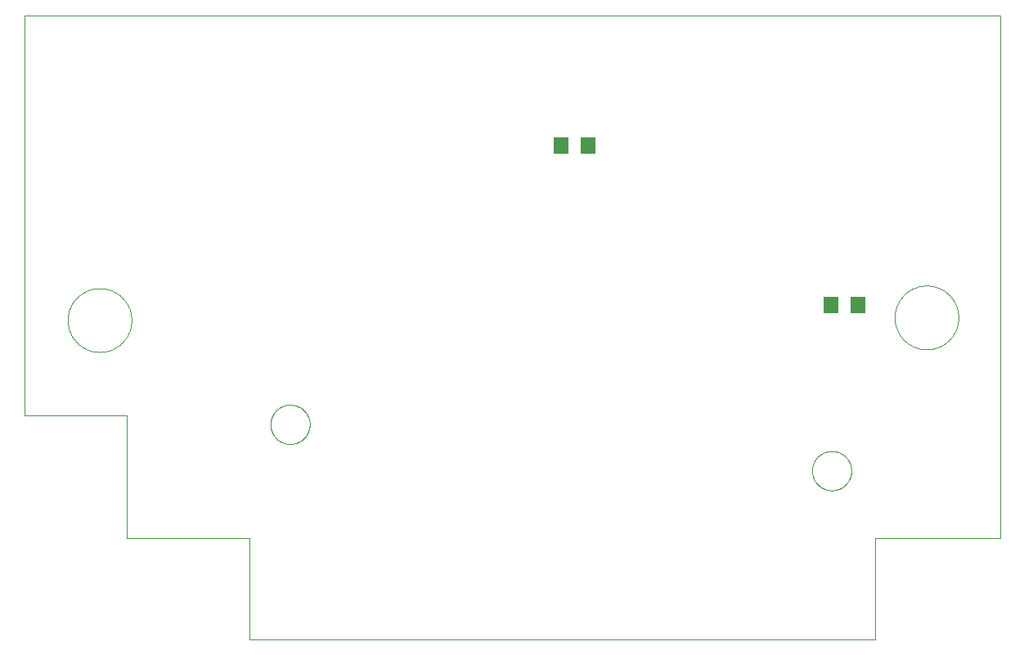
<source format=gbp>
G75*
%MOIN*%
%OFA0B0*%
%FSLAX25Y25*%
%IPPOS*%
%LPD*%
%AMOC8*
5,1,8,0,0,1.08239X$1,22.5*
%
%ADD10R,0.06299X0.07087*%
%ADD11C,0.00000*%
D10*
X0220728Y0210000D03*
X0231752Y0210000D03*
X0330728Y0145000D03*
X0341752Y0145000D03*
D11*
X0093740Y0050000D02*
X0043740Y0050000D01*
X0043740Y0100000D01*
X0002165Y0100000D01*
X0002165Y0263157D01*
X0399803Y0263157D01*
X0399803Y0050000D01*
X0348740Y0050000D01*
X0348740Y0008750D01*
X0093740Y0008750D01*
X0093740Y0050000D01*
X0102453Y0096398D02*
X0102455Y0096594D01*
X0102463Y0096791D01*
X0102475Y0096987D01*
X0102492Y0097182D01*
X0102513Y0097377D01*
X0102540Y0097572D01*
X0102571Y0097766D01*
X0102607Y0097959D01*
X0102647Y0098151D01*
X0102693Y0098342D01*
X0102743Y0098532D01*
X0102797Y0098720D01*
X0102857Y0098907D01*
X0102921Y0099093D01*
X0102989Y0099277D01*
X0103062Y0099459D01*
X0103139Y0099640D01*
X0103221Y0099818D01*
X0103307Y0099995D01*
X0103398Y0100169D01*
X0103492Y0100341D01*
X0103591Y0100511D01*
X0103694Y0100678D01*
X0103801Y0100843D01*
X0103912Y0101004D01*
X0104027Y0101164D01*
X0104146Y0101320D01*
X0104269Y0101473D01*
X0104395Y0101623D01*
X0104525Y0101770D01*
X0104659Y0101914D01*
X0104796Y0102055D01*
X0104937Y0102192D01*
X0105081Y0102326D01*
X0105228Y0102456D01*
X0105378Y0102582D01*
X0105531Y0102705D01*
X0105687Y0102824D01*
X0105847Y0102939D01*
X0106008Y0103050D01*
X0106173Y0103157D01*
X0106340Y0103260D01*
X0106510Y0103359D01*
X0106682Y0103453D01*
X0106856Y0103544D01*
X0107033Y0103630D01*
X0107211Y0103712D01*
X0107392Y0103789D01*
X0107574Y0103862D01*
X0107758Y0103930D01*
X0107944Y0103994D01*
X0108131Y0104054D01*
X0108319Y0104108D01*
X0108509Y0104158D01*
X0108700Y0104204D01*
X0108892Y0104244D01*
X0109085Y0104280D01*
X0109279Y0104311D01*
X0109474Y0104338D01*
X0109669Y0104359D01*
X0109864Y0104376D01*
X0110060Y0104388D01*
X0110257Y0104396D01*
X0110453Y0104398D01*
X0110649Y0104396D01*
X0110846Y0104388D01*
X0111042Y0104376D01*
X0111237Y0104359D01*
X0111432Y0104338D01*
X0111627Y0104311D01*
X0111821Y0104280D01*
X0112014Y0104244D01*
X0112206Y0104204D01*
X0112397Y0104158D01*
X0112587Y0104108D01*
X0112775Y0104054D01*
X0112962Y0103994D01*
X0113148Y0103930D01*
X0113332Y0103862D01*
X0113514Y0103789D01*
X0113695Y0103712D01*
X0113873Y0103630D01*
X0114050Y0103544D01*
X0114224Y0103453D01*
X0114396Y0103359D01*
X0114566Y0103260D01*
X0114733Y0103157D01*
X0114898Y0103050D01*
X0115059Y0102939D01*
X0115219Y0102824D01*
X0115375Y0102705D01*
X0115528Y0102582D01*
X0115678Y0102456D01*
X0115825Y0102326D01*
X0115969Y0102192D01*
X0116110Y0102055D01*
X0116247Y0101914D01*
X0116381Y0101770D01*
X0116511Y0101623D01*
X0116637Y0101473D01*
X0116760Y0101320D01*
X0116879Y0101164D01*
X0116994Y0101004D01*
X0117105Y0100843D01*
X0117212Y0100678D01*
X0117315Y0100511D01*
X0117414Y0100341D01*
X0117508Y0100169D01*
X0117599Y0099995D01*
X0117685Y0099818D01*
X0117767Y0099640D01*
X0117844Y0099459D01*
X0117917Y0099277D01*
X0117985Y0099093D01*
X0118049Y0098907D01*
X0118109Y0098720D01*
X0118163Y0098532D01*
X0118213Y0098342D01*
X0118259Y0098151D01*
X0118299Y0097959D01*
X0118335Y0097766D01*
X0118366Y0097572D01*
X0118393Y0097377D01*
X0118414Y0097182D01*
X0118431Y0096987D01*
X0118443Y0096791D01*
X0118451Y0096594D01*
X0118453Y0096398D01*
X0118451Y0096202D01*
X0118443Y0096005D01*
X0118431Y0095809D01*
X0118414Y0095614D01*
X0118393Y0095419D01*
X0118366Y0095224D01*
X0118335Y0095030D01*
X0118299Y0094837D01*
X0118259Y0094645D01*
X0118213Y0094454D01*
X0118163Y0094264D01*
X0118109Y0094076D01*
X0118049Y0093889D01*
X0117985Y0093703D01*
X0117917Y0093519D01*
X0117844Y0093337D01*
X0117767Y0093156D01*
X0117685Y0092978D01*
X0117599Y0092801D01*
X0117508Y0092627D01*
X0117414Y0092455D01*
X0117315Y0092285D01*
X0117212Y0092118D01*
X0117105Y0091953D01*
X0116994Y0091792D01*
X0116879Y0091632D01*
X0116760Y0091476D01*
X0116637Y0091323D01*
X0116511Y0091173D01*
X0116381Y0091026D01*
X0116247Y0090882D01*
X0116110Y0090741D01*
X0115969Y0090604D01*
X0115825Y0090470D01*
X0115678Y0090340D01*
X0115528Y0090214D01*
X0115375Y0090091D01*
X0115219Y0089972D01*
X0115059Y0089857D01*
X0114898Y0089746D01*
X0114733Y0089639D01*
X0114566Y0089536D01*
X0114396Y0089437D01*
X0114224Y0089343D01*
X0114050Y0089252D01*
X0113873Y0089166D01*
X0113695Y0089084D01*
X0113514Y0089007D01*
X0113332Y0088934D01*
X0113148Y0088866D01*
X0112962Y0088802D01*
X0112775Y0088742D01*
X0112587Y0088688D01*
X0112397Y0088638D01*
X0112206Y0088592D01*
X0112014Y0088552D01*
X0111821Y0088516D01*
X0111627Y0088485D01*
X0111432Y0088458D01*
X0111237Y0088437D01*
X0111042Y0088420D01*
X0110846Y0088408D01*
X0110649Y0088400D01*
X0110453Y0088398D01*
X0110257Y0088400D01*
X0110060Y0088408D01*
X0109864Y0088420D01*
X0109669Y0088437D01*
X0109474Y0088458D01*
X0109279Y0088485D01*
X0109085Y0088516D01*
X0108892Y0088552D01*
X0108700Y0088592D01*
X0108509Y0088638D01*
X0108319Y0088688D01*
X0108131Y0088742D01*
X0107944Y0088802D01*
X0107758Y0088866D01*
X0107574Y0088934D01*
X0107392Y0089007D01*
X0107211Y0089084D01*
X0107033Y0089166D01*
X0106856Y0089252D01*
X0106682Y0089343D01*
X0106510Y0089437D01*
X0106340Y0089536D01*
X0106173Y0089639D01*
X0106008Y0089746D01*
X0105847Y0089857D01*
X0105687Y0089972D01*
X0105531Y0090091D01*
X0105378Y0090214D01*
X0105228Y0090340D01*
X0105081Y0090470D01*
X0104937Y0090604D01*
X0104796Y0090741D01*
X0104659Y0090882D01*
X0104525Y0091026D01*
X0104395Y0091173D01*
X0104269Y0091323D01*
X0104146Y0091476D01*
X0104027Y0091632D01*
X0103912Y0091792D01*
X0103801Y0091953D01*
X0103694Y0092118D01*
X0103591Y0092285D01*
X0103492Y0092455D01*
X0103398Y0092627D01*
X0103307Y0092801D01*
X0103221Y0092978D01*
X0103139Y0093156D01*
X0103062Y0093337D01*
X0102989Y0093519D01*
X0102921Y0093703D01*
X0102857Y0093889D01*
X0102797Y0094076D01*
X0102743Y0094264D01*
X0102693Y0094454D01*
X0102647Y0094645D01*
X0102607Y0094837D01*
X0102571Y0095030D01*
X0102540Y0095224D01*
X0102513Y0095419D01*
X0102492Y0095614D01*
X0102475Y0095809D01*
X0102463Y0096005D01*
X0102455Y0096202D01*
X0102453Y0096398D01*
X0019819Y0138886D02*
X0019823Y0139205D01*
X0019835Y0139524D01*
X0019854Y0139842D01*
X0019882Y0140160D01*
X0019917Y0140477D01*
X0019960Y0140793D01*
X0020010Y0141109D01*
X0020069Y0141422D01*
X0020135Y0141734D01*
X0020209Y0142045D01*
X0020290Y0142353D01*
X0020379Y0142660D01*
X0020475Y0142964D01*
X0020579Y0143266D01*
X0020690Y0143565D01*
X0020809Y0143861D01*
X0020934Y0144154D01*
X0021067Y0144444D01*
X0021207Y0144731D01*
X0021354Y0145014D01*
X0021508Y0145294D01*
X0021669Y0145569D01*
X0021836Y0145841D01*
X0022010Y0146108D01*
X0022190Y0146372D01*
X0022377Y0146630D01*
X0022570Y0146884D01*
X0022770Y0147133D01*
X0022975Y0147377D01*
X0023187Y0147616D01*
X0023404Y0147850D01*
X0023627Y0148078D01*
X0023855Y0148301D01*
X0024089Y0148518D01*
X0024328Y0148730D01*
X0024572Y0148935D01*
X0024821Y0149135D01*
X0025075Y0149328D01*
X0025333Y0149515D01*
X0025597Y0149695D01*
X0025864Y0149869D01*
X0026136Y0150036D01*
X0026411Y0150197D01*
X0026691Y0150351D01*
X0026974Y0150498D01*
X0027261Y0150638D01*
X0027551Y0150771D01*
X0027844Y0150896D01*
X0028140Y0151015D01*
X0028439Y0151126D01*
X0028741Y0151230D01*
X0029045Y0151326D01*
X0029352Y0151415D01*
X0029660Y0151496D01*
X0029971Y0151570D01*
X0030283Y0151636D01*
X0030596Y0151695D01*
X0030912Y0151745D01*
X0031228Y0151788D01*
X0031545Y0151823D01*
X0031863Y0151851D01*
X0032181Y0151870D01*
X0032500Y0151882D01*
X0032819Y0151886D01*
X0033138Y0151882D01*
X0033457Y0151870D01*
X0033775Y0151851D01*
X0034093Y0151823D01*
X0034410Y0151788D01*
X0034726Y0151745D01*
X0035042Y0151695D01*
X0035355Y0151636D01*
X0035667Y0151570D01*
X0035978Y0151496D01*
X0036286Y0151415D01*
X0036593Y0151326D01*
X0036897Y0151230D01*
X0037199Y0151126D01*
X0037498Y0151015D01*
X0037794Y0150896D01*
X0038087Y0150771D01*
X0038377Y0150638D01*
X0038664Y0150498D01*
X0038947Y0150351D01*
X0039227Y0150197D01*
X0039502Y0150036D01*
X0039774Y0149869D01*
X0040041Y0149695D01*
X0040305Y0149515D01*
X0040563Y0149328D01*
X0040817Y0149135D01*
X0041066Y0148935D01*
X0041310Y0148730D01*
X0041549Y0148518D01*
X0041783Y0148301D01*
X0042011Y0148078D01*
X0042234Y0147850D01*
X0042451Y0147616D01*
X0042663Y0147377D01*
X0042868Y0147133D01*
X0043068Y0146884D01*
X0043261Y0146630D01*
X0043448Y0146372D01*
X0043628Y0146108D01*
X0043802Y0145841D01*
X0043969Y0145569D01*
X0044130Y0145294D01*
X0044284Y0145014D01*
X0044431Y0144731D01*
X0044571Y0144444D01*
X0044704Y0144154D01*
X0044829Y0143861D01*
X0044948Y0143565D01*
X0045059Y0143266D01*
X0045163Y0142964D01*
X0045259Y0142660D01*
X0045348Y0142353D01*
X0045429Y0142045D01*
X0045503Y0141734D01*
X0045569Y0141422D01*
X0045628Y0141109D01*
X0045678Y0140793D01*
X0045721Y0140477D01*
X0045756Y0140160D01*
X0045784Y0139842D01*
X0045803Y0139524D01*
X0045815Y0139205D01*
X0045819Y0138886D01*
X0045815Y0138567D01*
X0045803Y0138248D01*
X0045784Y0137930D01*
X0045756Y0137612D01*
X0045721Y0137295D01*
X0045678Y0136979D01*
X0045628Y0136663D01*
X0045569Y0136350D01*
X0045503Y0136038D01*
X0045429Y0135727D01*
X0045348Y0135419D01*
X0045259Y0135112D01*
X0045163Y0134808D01*
X0045059Y0134506D01*
X0044948Y0134207D01*
X0044829Y0133911D01*
X0044704Y0133618D01*
X0044571Y0133328D01*
X0044431Y0133041D01*
X0044284Y0132758D01*
X0044130Y0132478D01*
X0043969Y0132203D01*
X0043802Y0131931D01*
X0043628Y0131664D01*
X0043448Y0131400D01*
X0043261Y0131142D01*
X0043068Y0130888D01*
X0042868Y0130639D01*
X0042663Y0130395D01*
X0042451Y0130156D01*
X0042234Y0129922D01*
X0042011Y0129694D01*
X0041783Y0129471D01*
X0041549Y0129254D01*
X0041310Y0129042D01*
X0041066Y0128837D01*
X0040817Y0128637D01*
X0040563Y0128444D01*
X0040305Y0128257D01*
X0040041Y0128077D01*
X0039774Y0127903D01*
X0039502Y0127736D01*
X0039227Y0127575D01*
X0038947Y0127421D01*
X0038664Y0127274D01*
X0038377Y0127134D01*
X0038087Y0127001D01*
X0037794Y0126876D01*
X0037498Y0126757D01*
X0037199Y0126646D01*
X0036897Y0126542D01*
X0036593Y0126446D01*
X0036286Y0126357D01*
X0035978Y0126276D01*
X0035667Y0126202D01*
X0035355Y0126136D01*
X0035042Y0126077D01*
X0034726Y0126027D01*
X0034410Y0125984D01*
X0034093Y0125949D01*
X0033775Y0125921D01*
X0033457Y0125902D01*
X0033138Y0125890D01*
X0032819Y0125886D01*
X0032500Y0125890D01*
X0032181Y0125902D01*
X0031863Y0125921D01*
X0031545Y0125949D01*
X0031228Y0125984D01*
X0030912Y0126027D01*
X0030596Y0126077D01*
X0030283Y0126136D01*
X0029971Y0126202D01*
X0029660Y0126276D01*
X0029352Y0126357D01*
X0029045Y0126446D01*
X0028741Y0126542D01*
X0028439Y0126646D01*
X0028140Y0126757D01*
X0027844Y0126876D01*
X0027551Y0127001D01*
X0027261Y0127134D01*
X0026974Y0127274D01*
X0026691Y0127421D01*
X0026411Y0127575D01*
X0026136Y0127736D01*
X0025864Y0127903D01*
X0025597Y0128077D01*
X0025333Y0128257D01*
X0025075Y0128444D01*
X0024821Y0128637D01*
X0024572Y0128837D01*
X0024328Y0129042D01*
X0024089Y0129254D01*
X0023855Y0129471D01*
X0023627Y0129694D01*
X0023404Y0129922D01*
X0023187Y0130156D01*
X0022975Y0130395D01*
X0022770Y0130639D01*
X0022570Y0130888D01*
X0022377Y0131142D01*
X0022190Y0131400D01*
X0022010Y0131664D01*
X0021836Y0131931D01*
X0021669Y0132203D01*
X0021508Y0132478D01*
X0021354Y0132758D01*
X0021207Y0133041D01*
X0021067Y0133328D01*
X0020934Y0133618D01*
X0020809Y0133911D01*
X0020690Y0134207D01*
X0020579Y0134506D01*
X0020475Y0134808D01*
X0020379Y0135112D01*
X0020290Y0135419D01*
X0020209Y0135727D01*
X0020135Y0136038D01*
X0020069Y0136350D01*
X0020010Y0136663D01*
X0019960Y0136979D01*
X0019917Y0137295D01*
X0019882Y0137612D01*
X0019854Y0137930D01*
X0019835Y0138248D01*
X0019823Y0138567D01*
X0019819Y0138886D01*
X0323197Y0077500D02*
X0323199Y0077696D01*
X0323207Y0077893D01*
X0323219Y0078089D01*
X0323236Y0078284D01*
X0323257Y0078479D01*
X0323284Y0078674D01*
X0323315Y0078868D01*
X0323351Y0079061D01*
X0323391Y0079253D01*
X0323437Y0079444D01*
X0323487Y0079634D01*
X0323541Y0079822D01*
X0323601Y0080009D01*
X0323665Y0080195D01*
X0323733Y0080379D01*
X0323806Y0080561D01*
X0323883Y0080742D01*
X0323965Y0080920D01*
X0324051Y0081097D01*
X0324142Y0081271D01*
X0324236Y0081443D01*
X0324335Y0081613D01*
X0324438Y0081780D01*
X0324545Y0081945D01*
X0324656Y0082106D01*
X0324771Y0082266D01*
X0324890Y0082422D01*
X0325013Y0082575D01*
X0325139Y0082725D01*
X0325269Y0082872D01*
X0325403Y0083016D01*
X0325540Y0083157D01*
X0325681Y0083294D01*
X0325825Y0083428D01*
X0325972Y0083558D01*
X0326122Y0083684D01*
X0326275Y0083807D01*
X0326431Y0083926D01*
X0326591Y0084041D01*
X0326752Y0084152D01*
X0326917Y0084259D01*
X0327084Y0084362D01*
X0327254Y0084461D01*
X0327426Y0084555D01*
X0327600Y0084646D01*
X0327777Y0084732D01*
X0327955Y0084814D01*
X0328136Y0084891D01*
X0328318Y0084964D01*
X0328502Y0085032D01*
X0328688Y0085096D01*
X0328875Y0085156D01*
X0329063Y0085210D01*
X0329253Y0085260D01*
X0329444Y0085306D01*
X0329636Y0085346D01*
X0329829Y0085382D01*
X0330023Y0085413D01*
X0330218Y0085440D01*
X0330413Y0085461D01*
X0330608Y0085478D01*
X0330804Y0085490D01*
X0331001Y0085498D01*
X0331197Y0085500D01*
X0331393Y0085498D01*
X0331590Y0085490D01*
X0331786Y0085478D01*
X0331981Y0085461D01*
X0332176Y0085440D01*
X0332371Y0085413D01*
X0332565Y0085382D01*
X0332758Y0085346D01*
X0332950Y0085306D01*
X0333141Y0085260D01*
X0333331Y0085210D01*
X0333519Y0085156D01*
X0333706Y0085096D01*
X0333892Y0085032D01*
X0334076Y0084964D01*
X0334258Y0084891D01*
X0334439Y0084814D01*
X0334617Y0084732D01*
X0334794Y0084646D01*
X0334968Y0084555D01*
X0335140Y0084461D01*
X0335310Y0084362D01*
X0335477Y0084259D01*
X0335642Y0084152D01*
X0335803Y0084041D01*
X0335963Y0083926D01*
X0336119Y0083807D01*
X0336272Y0083684D01*
X0336422Y0083558D01*
X0336569Y0083428D01*
X0336713Y0083294D01*
X0336854Y0083157D01*
X0336991Y0083016D01*
X0337125Y0082872D01*
X0337255Y0082725D01*
X0337381Y0082575D01*
X0337504Y0082422D01*
X0337623Y0082266D01*
X0337738Y0082106D01*
X0337849Y0081945D01*
X0337956Y0081780D01*
X0338059Y0081613D01*
X0338158Y0081443D01*
X0338252Y0081271D01*
X0338343Y0081097D01*
X0338429Y0080920D01*
X0338511Y0080742D01*
X0338588Y0080561D01*
X0338661Y0080379D01*
X0338729Y0080195D01*
X0338793Y0080009D01*
X0338853Y0079822D01*
X0338907Y0079634D01*
X0338957Y0079444D01*
X0339003Y0079253D01*
X0339043Y0079061D01*
X0339079Y0078868D01*
X0339110Y0078674D01*
X0339137Y0078479D01*
X0339158Y0078284D01*
X0339175Y0078089D01*
X0339187Y0077893D01*
X0339195Y0077696D01*
X0339197Y0077500D01*
X0339195Y0077304D01*
X0339187Y0077107D01*
X0339175Y0076911D01*
X0339158Y0076716D01*
X0339137Y0076521D01*
X0339110Y0076326D01*
X0339079Y0076132D01*
X0339043Y0075939D01*
X0339003Y0075747D01*
X0338957Y0075556D01*
X0338907Y0075366D01*
X0338853Y0075178D01*
X0338793Y0074991D01*
X0338729Y0074805D01*
X0338661Y0074621D01*
X0338588Y0074439D01*
X0338511Y0074258D01*
X0338429Y0074080D01*
X0338343Y0073903D01*
X0338252Y0073729D01*
X0338158Y0073557D01*
X0338059Y0073387D01*
X0337956Y0073220D01*
X0337849Y0073055D01*
X0337738Y0072894D01*
X0337623Y0072734D01*
X0337504Y0072578D01*
X0337381Y0072425D01*
X0337255Y0072275D01*
X0337125Y0072128D01*
X0336991Y0071984D01*
X0336854Y0071843D01*
X0336713Y0071706D01*
X0336569Y0071572D01*
X0336422Y0071442D01*
X0336272Y0071316D01*
X0336119Y0071193D01*
X0335963Y0071074D01*
X0335803Y0070959D01*
X0335642Y0070848D01*
X0335477Y0070741D01*
X0335310Y0070638D01*
X0335140Y0070539D01*
X0334968Y0070445D01*
X0334794Y0070354D01*
X0334617Y0070268D01*
X0334439Y0070186D01*
X0334258Y0070109D01*
X0334076Y0070036D01*
X0333892Y0069968D01*
X0333706Y0069904D01*
X0333519Y0069844D01*
X0333331Y0069790D01*
X0333141Y0069740D01*
X0332950Y0069694D01*
X0332758Y0069654D01*
X0332565Y0069618D01*
X0332371Y0069587D01*
X0332176Y0069560D01*
X0331981Y0069539D01*
X0331786Y0069522D01*
X0331590Y0069510D01*
X0331393Y0069502D01*
X0331197Y0069500D01*
X0331001Y0069502D01*
X0330804Y0069510D01*
X0330608Y0069522D01*
X0330413Y0069539D01*
X0330218Y0069560D01*
X0330023Y0069587D01*
X0329829Y0069618D01*
X0329636Y0069654D01*
X0329444Y0069694D01*
X0329253Y0069740D01*
X0329063Y0069790D01*
X0328875Y0069844D01*
X0328688Y0069904D01*
X0328502Y0069968D01*
X0328318Y0070036D01*
X0328136Y0070109D01*
X0327955Y0070186D01*
X0327777Y0070268D01*
X0327600Y0070354D01*
X0327426Y0070445D01*
X0327254Y0070539D01*
X0327084Y0070638D01*
X0326917Y0070741D01*
X0326752Y0070848D01*
X0326591Y0070959D01*
X0326431Y0071074D01*
X0326275Y0071193D01*
X0326122Y0071316D01*
X0325972Y0071442D01*
X0325825Y0071572D01*
X0325681Y0071706D01*
X0325540Y0071843D01*
X0325403Y0071984D01*
X0325269Y0072128D01*
X0325139Y0072275D01*
X0325013Y0072425D01*
X0324890Y0072578D01*
X0324771Y0072734D01*
X0324656Y0072894D01*
X0324545Y0073055D01*
X0324438Y0073220D01*
X0324335Y0073387D01*
X0324236Y0073557D01*
X0324142Y0073729D01*
X0324051Y0073903D01*
X0323965Y0074080D01*
X0323883Y0074258D01*
X0323806Y0074439D01*
X0323733Y0074621D01*
X0323665Y0074805D01*
X0323601Y0074991D01*
X0323541Y0075178D01*
X0323487Y0075366D01*
X0323437Y0075556D01*
X0323391Y0075747D01*
X0323351Y0075939D01*
X0323315Y0076132D01*
X0323284Y0076326D01*
X0323257Y0076521D01*
X0323236Y0076716D01*
X0323219Y0076911D01*
X0323207Y0077107D01*
X0323199Y0077304D01*
X0323197Y0077500D01*
X0356854Y0139949D02*
X0356858Y0140268D01*
X0356870Y0140587D01*
X0356889Y0140905D01*
X0356917Y0141223D01*
X0356952Y0141540D01*
X0356995Y0141856D01*
X0357045Y0142172D01*
X0357104Y0142485D01*
X0357170Y0142797D01*
X0357244Y0143108D01*
X0357325Y0143416D01*
X0357414Y0143723D01*
X0357510Y0144027D01*
X0357614Y0144329D01*
X0357725Y0144628D01*
X0357844Y0144924D01*
X0357969Y0145217D01*
X0358102Y0145507D01*
X0358242Y0145794D01*
X0358389Y0146077D01*
X0358543Y0146357D01*
X0358704Y0146632D01*
X0358871Y0146904D01*
X0359045Y0147171D01*
X0359225Y0147435D01*
X0359412Y0147693D01*
X0359605Y0147947D01*
X0359805Y0148196D01*
X0360010Y0148440D01*
X0360222Y0148679D01*
X0360439Y0148913D01*
X0360662Y0149141D01*
X0360890Y0149364D01*
X0361124Y0149581D01*
X0361363Y0149793D01*
X0361607Y0149998D01*
X0361856Y0150198D01*
X0362110Y0150391D01*
X0362368Y0150578D01*
X0362632Y0150758D01*
X0362899Y0150932D01*
X0363171Y0151099D01*
X0363446Y0151260D01*
X0363726Y0151414D01*
X0364009Y0151561D01*
X0364296Y0151701D01*
X0364586Y0151834D01*
X0364879Y0151959D01*
X0365175Y0152078D01*
X0365474Y0152189D01*
X0365776Y0152293D01*
X0366080Y0152389D01*
X0366387Y0152478D01*
X0366695Y0152559D01*
X0367006Y0152633D01*
X0367318Y0152699D01*
X0367631Y0152758D01*
X0367947Y0152808D01*
X0368263Y0152851D01*
X0368580Y0152886D01*
X0368898Y0152914D01*
X0369216Y0152933D01*
X0369535Y0152945D01*
X0369854Y0152949D01*
X0370173Y0152945D01*
X0370492Y0152933D01*
X0370810Y0152914D01*
X0371128Y0152886D01*
X0371445Y0152851D01*
X0371761Y0152808D01*
X0372077Y0152758D01*
X0372390Y0152699D01*
X0372702Y0152633D01*
X0373013Y0152559D01*
X0373321Y0152478D01*
X0373628Y0152389D01*
X0373932Y0152293D01*
X0374234Y0152189D01*
X0374533Y0152078D01*
X0374829Y0151959D01*
X0375122Y0151834D01*
X0375412Y0151701D01*
X0375699Y0151561D01*
X0375982Y0151414D01*
X0376262Y0151260D01*
X0376537Y0151099D01*
X0376809Y0150932D01*
X0377076Y0150758D01*
X0377340Y0150578D01*
X0377598Y0150391D01*
X0377852Y0150198D01*
X0378101Y0149998D01*
X0378345Y0149793D01*
X0378584Y0149581D01*
X0378818Y0149364D01*
X0379046Y0149141D01*
X0379269Y0148913D01*
X0379486Y0148679D01*
X0379698Y0148440D01*
X0379903Y0148196D01*
X0380103Y0147947D01*
X0380296Y0147693D01*
X0380483Y0147435D01*
X0380663Y0147171D01*
X0380837Y0146904D01*
X0381004Y0146632D01*
X0381165Y0146357D01*
X0381319Y0146077D01*
X0381466Y0145794D01*
X0381606Y0145507D01*
X0381739Y0145217D01*
X0381864Y0144924D01*
X0381983Y0144628D01*
X0382094Y0144329D01*
X0382198Y0144027D01*
X0382294Y0143723D01*
X0382383Y0143416D01*
X0382464Y0143108D01*
X0382538Y0142797D01*
X0382604Y0142485D01*
X0382663Y0142172D01*
X0382713Y0141856D01*
X0382756Y0141540D01*
X0382791Y0141223D01*
X0382819Y0140905D01*
X0382838Y0140587D01*
X0382850Y0140268D01*
X0382854Y0139949D01*
X0382850Y0139630D01*
X0382838Y0139311D01*
X0382819Y0138993D01*
X0382791Y0138675D01*
X0382756Y0138358D01*
X0382713Y0138042D01*
X0382663Y0137726D01*
X0382604Y0137413D01*
X0382538Y0137101D01*
X0382464Y0136790D01*
X0382383Y0136482D01*
X0382294Y0136175D01*
X0382198Y0135871D01*
X0382094Y0135569D01*
X0381983Y0135270D01*
X0381864Y0134974D01*
X0381739Y0134681D01*
X0381606Y0134391D01*
X0381466Y0134104D01*
X0381319Y0133821D01*
X0381165Y0133541D01*
X0381004Y0133266D01*
X0380837Y0132994D01*
X0380663Y0132727D01*
X0380483Y0132463D01*
X0380296Y0132205D01*
X0380103Y0131951D01*
X0379903Y0131702D01*
X0379698Y0131458D01*
X0379486Y0131219D01*
X0379269Y0130985D01*
X0379046Y0130757D01*
X0378818Y0130534D01*
X0378584Y0130317D01*
X0378345Y0130105D01*
X0378101Y0129900D01*
X0377852Y0129700D01*
X0377598Y0129507D01*
X0377340Y0129320D01*
X0377076Y0129140D01*
X0376809Y0128966D01*
X0376537Y0128799D01*
X0376262Y0128638D01*
X0375982Y0128484D01*
X0375699Y0128337D01*
X0375412Y0128197D01*
X0375122Y0128064D01*
X0374829Y0127939D01*
X0374533Y0127820D01*
X0374234Y0127709D01*
X0373932Y0127605D01*
X0373628Y0127509D01*
X0373321Y0127420D01*
X0373013Y0127339D01*
X0372702Y0127265D01*
X0372390Y0127199D01*
X0372077Y0127140D01*
X0371761Y0127090D01*
X0371445Y0127047D01*
X0371128Y0127012D01*
X0370810Y0126984D01*
X0370492Y0126965D01*
X0370173Y0126953D01*
X0369854Y0126949D01*
X0369535Y0126953D01*
X0369216Y0126965D01*
X0368898Y0126984D01*
X0368580Y0127012D01*
X0368263Y0127047D01*
X0367947Y0127090D01*
X0367631Y0127140D01*
X0367318Y0127199D01*
X0367006Y0127265D01*
X0366695Y0127339D01*
X0366387Y0127420D01*
X0366080Y0127509D01*
X0365776Y0127605D01*
X0365474Y0127709D01*
X0365175Y0127820D01*
X0364879Y0127939D01*
X0364586Y0128064D01*
X0364296Y0128197D01*
X0364009Y0128337D01*
X0363726Y0128484D01*
X0363446Y0128638D01*
X0363171Y0128799D01*
X0362899Y0128966D01*
X0362632Y0129140D01*
X0362368Y0129320D01*
X0362110Y0129507D01*
X0361856Y0129700D01*
X0361607Y0129900D01*
X0361363Y0130105D01*
X0361124Y0130317D01*
X0360890Y0130534D01*
X0360662Y0130757D01*
X0360439Y0130985D01*
X0360222Y0131219D01*
X0360010Y0131458D01*
X0359805Y0131702D01*
X0359605Y0131951D01*
X0359412Y0132205D01*
X0359225Y0132463D01*
X0359045Y0132727D01*
X0358871Y0132994D01*
X0358704Y0133266D01*
X0358543Y0133541D01*
X0358389Y0133821D01*
X0358242Y0134104D01*
X0358102Y0134391D01*
X0357969Y0134681D01*
X0357844Y0134974D01*
X0357725Y0135270D01*
X0357614Y0135569D01*
X0357510Y0135871D01*
X0357414Y0136175D01*
X0357325Y0136482D01*
X0357244Y0136790D01*
X0357170Y0137101D01*
X0357104Y0137413D01*
X0357045Y0137726D01*
X0356995Y0138042D01*
X0356952Y0138358D01*
X0356917Y0138675D01*
X0356889Y0138993D01*
X0356870Y0139311D01*
X0356858Y0139630D01*
X0356854Y0139949D01*
M02*

</source>
